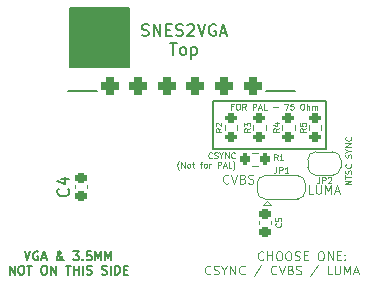
<source format=gto>
G04 #@! TF.GenerationSoftware,KiCad,Pcbnew,9.0.0*
G04 #@! TF.CreationDate,2025-03-27T12:33:45-07:00*
G04 #@! TF.ProjectId,SNES2VGA,534e4553-3256-4474-912e-6b696361645f,1*
G04 #@! TF.SameCoordinates,Original*
G04 #@! TF.FileFunction,Legend,Top*
G04 #@! TF.FilePolarity,Positive*
%FSLAX46Y46*%
G04 Gerber Fmt 4.6, Leading zero omitted, Abs format (unit mm)*
G04 Created by KiCad (PCBNEW 9.0.0) date 2025-03-27 12:33:45*
%MOMM*%
%LPD*%
G01*
G04 APERTURE LIST*
G04 Aperture macros list*
%AMRoundRect*
0 Rectangle with rounded corners*
0 $1 Rounding radius*
0 $2 $3 $4 $5 $6 $7 $8 $9 X,Y pos of 4 corners*
0 Add a 4 corners polygon primitive as box body*
4,1,4,$2,$3,$4,$5,$6,$7,$8,$9,$2,$3,0*
0 Add four circle primitives for the rounded corners*
1,1,$1+$1,$2,$3*
1,1,$1+$1,$4,$5*
1,1,$1+$1,$6,$7*
1,1,$1+$1,$8,$9*
0 Add four rect primitives between the rounded corners*
20,1,$1+$1,$2,$3,$4,$5,0*
20,1,$1+$1,$4,$5,$6,$7,0*
20,1,$1+$1,$6,$7,$8,$9,0*
20,1,$1+$1,$8,$9,$2,$3,0*%
%AMFreePoly0*
4,1,23,0.550000,-0.750000,0.000000,-0.750000,0.000000,-0.745722,-0.065263,-0.745722,-0.191342,-0.711940,-0.304381,-0.646677,-0.396677,-0.554381,-0.461940,-0.441342,-0.495722,-0.315263,-0.495722,-0.250000,-0.500000,-0.250000,-0.500000,0.250000,-0.495722,0.250000,-0.495722,0.315263,-0.461940,0.441342,-0.396677,0.554381,-0.304381,0.646677,-0.191342,0.711940,-0.065263,0.745722,0.000000,0.745722,
0.000000,0.750000,0.550000,0.750000,0.550000,-0.750000,0.550000,-0.750000,$1*%
%AMFreePoly1*
4,1,23,0.000000,0.745722,0.065263,0.745722,0.191342,0.711940,0.304381,0.646677,0.396677,0.554381,0.461940,0.441342,0.495722,0.315263,0.495722,0.250000,0.500000,0.250000,0.500000,-0.250000,0.495722,-0.250000,0.495722,-0.315263,0.461940,-0.441342,0.396677,-0.554381,0.304381,-0.646677,0.191342,-0.711940,0.065263,-0.745722,0.000000,-0.745722,0.000000,-0.750000,-0.550000,-0.750000,
-0.550000,0.750000,0.000000,0.750000,0.000000,0.745722,0.000000,0.745722,$1*%
%AMFreePoly2*
4,1,23,0.500000,-0.750000,0.000000,-0.750000,0.000000,-0.745722,-0.065263,-0.745722,-0.191342,-0.711940,-0.304381,-0.646677,-0.396677,-0.554381,-0.461940,-0.441342,-0.495722,-0.315263,-0.495722,-0.250000,-0.500000,-0.250000,-0.500000,0.250000,-0.495722,0.250000,-0.495722,0.315263,-0.461940,0.441342,-0.396677,0.554381,-0.304381,0.646677,-0.191342,0.711940,-0.065263,0.745722,0.000000,0.745722,
0.000000,0.750000,0.500000,0.750000,0.500000,-0.750000,0.500000,-0.750000,$1*%
%AMFreePoly3*
4,1,23,0.000000,0.745722,0.065263,0.745722,0.191342,0.711940,0.304381,0.646677,0.396677,0.554381,0.461940,0.441342,0.495722,0.315263,0.495722,0.250000,0.500000,0.250000,0.500000,-0.250000,0.495722,-0.250000,0.495722,-0.315263,0.461940,-0.441342,0.396677,-0.554381,0.304381,-0.646677,0.191342,-0.711940,0.065263,-0.745722,0.000000,-0.745722,0.000000,-0.750000,-0.500000,-0.750000,
-0.500000,0.750000,0.000000,0.750000,0.000000,0.745722,0.000000,0.745722,$1*%
G04 Aperture macros list end*
%ADD10C,0.127000*%
%ADD11C,0.125000*%
%ADD12C,0.100000*%
%ADD13C,0.150000*%
%ADD14C,0.120000*%
%ADD15RoundRect,0.225000X0.250000X-0.225000X0.250000X0.225000X-0.250000X0.225000X-0.250000X-0.225000X0*%
%ADD16RoundRect,0.375000X-0.375000X-0.375000X0.375000X-0.375000X0.375000X0.375000X-0.375000X0.375000X0*%
%ADD17RoundRect,0.200000X-0.200000X-0.275000X0.200000X-0.275000X0.200000X0.275000X-0.200000X0.275000X0*%
%ADD18RoundRect,0.200000X0.275000X-0.200000X0.275000X0.200000X-0.275000X0.200000X-0.275000X-0.200000X0*%
%ADD19FreePoly0,0.000000*%
%ADD20R,1.000000X1.500000*%
%ADD21FreePoly1,0.000000*%
%ADD22FreePoly2,180.000000*%
%ADD23FreePoly3,180.000000*%
%ADD24R,1.700000X1.700000*%
%ADD25C,1.700000*%
%ADD26C,4.066000*%
%ADD27O,1.800000X2.800000*%
G04 APERTURE END LIST*
D10*
X153210000Y-96774000D02*
X143640000Y-96774000D01*
X148120000Y-95930000D02*
X150540000Y-95930000D01*
X131510400Y-88874600D02*
X136510400Y-88874600D01*
X136510400Y-93874600D01*
X131510400Y-93874600D01*
X131510400Y-88874600D01*
G36*
X131510400Y-88874600D02*
G01*
X136510400Y-88874600D01*
X136510400Y-93874600D01*
X131510400Y-93874600D01*
X131510400Y-88874600D01*
G37*
X131380000Y-95930000D02*
X133830000Y-95930000D01*
X143640000Y-96774000D02*
X143640000Y-100830000D01*
X153210000Y-96774000D02*
X153210000Y-100840000D01*
X143640000Y-100838000D02*
X153210000Y-100840000D01*
D11*
X152099286Y-104630464D02*
X151742143Y-104630464D01*
X151742143Y-104630464D02*
X151742143Y-103880464D01*
X152349286Y-103880464D02*
X152349286Y-104487607D01*
X152349286Y-104487607D02*
X152385000Y-104559035D01*
X152385000Y-104559035D02*
X152420715Y-104594750D01*
X152420715Y-104594750D02*
X152492143Y-104630464D01*
X152492143Y-104630464D02*
X152635000Y-104630464D01*
X152635000Y-104630464D02*
X152706429Y-104594750D01*
X152706429Y-104594750D02*
X152742143Y-104559035D01*
X152742143Y-104559035D02*
X152777857Y-104487607D01*
X152777857Y-104487607D02*
X152777857Y-103880464D01*
X153135000Y-104630464D02*
X153135000Y-103880464D01*
X153135000Y-103880464D02*
X153385000Y-104416178D01*
X153385000Y-104416178D02*
X153635000Y-103880464D01*
X153635000Y-103880464D02*
X153635000Y-104630464D01*
X153956429Y-104416178D02*
X154313572Y-104416178D01*
X153885000Y-104630464D02*
X154135000Y-103880464D01*
X154135000Y-103880464D02*
X154385000Y-104630464D01*
X147902144Y-110185306D02*
X147866430Y-110221021D01*
X147866430Y-110221021D02*
X147759287Y-110256735D01*
X147759287Y-110256735D02*
X147687859Y-110256735D01*
X147687859Y-110256735D02*
X147580716Y-110221021D01*
X147580716Y-110221021D02*
X147509287Y-110149592D01*
X147509287Y-110149592D02*
X147473573Y-110078163D01*
X147473573Y-110078163D02*
X147437859Y-109935306D01*
X147437859Y-109935306D02*
X147437859Y-109828163D01*
X147437859Y-109828163D02*
X147473573Y-109685306D01*
X147473573Y-109685306D02*
X147509287Y-109613878D01*
X147509287Y-109613878D02*
X147580716Y-109542449D01*
X147580716Y-109542449D02*
X147687859Y-109506735D01*
X147687859Y-109506735D02*
X147759287Y-109506735D01*
X147759287Y-109506735D02*
X147866430Y-109542449D01*
X147866430Y-109542449D02*
X147902144Y-109578163D01*
X148223573Y-110256735D02*
X148223573Y-109506735D01*
X148223573Y-109863878D02*
X148652144Y-109863878D01*
X148652144Y-110256735D02*
X148652144Y-109506735D01*
X149152144Y-109506735D02*
X149295001Y-109506735D01*
X149295001Y-109506735D02*
X149366430Y-109542449D01*
X149366430Y-109542449D02*
X149437858Y-109613878D01*
X149437858Y-109613878D02*
X149473573Y-109756735D01*
X149473573Y-109756735D02*
X149473573Y-110006735D01*
X149473573Y-110006735D02*
X149437858Y-110149592D01*
X149437858Y-110149592D02*
X149366430Y-110221021D01*
X149366430Y-110221021D02*
X149295001Y-110256735D01*
X149295001Y-110256735D02*
X149152144Y-110256735D01*
X149152144Y-110256735D02*
X149080716Y-110221021D01*
X149080716Y-110221021D02*
X149009287Y-110149592D01*
X149009287Y-110149592D02*
X148973573Y-110006735D01*
X148973573Y-110006735D02*
X148973573Y-109756735D01*
X148973573Y-109756735D02*
X149009287Y-109613878D01*
X149009287Y-109613878D02*
X149080716Y-109542449D01*
X149080716Y-109542449D02*
X149152144Y-109506735D01*
X149937858Y-109506735D02*
X150080715Y-109506735D01*
X150080715Y-109506735D02*
X150152144Y-109542449D01*
X150152144Y-109542449D02*
X150223572Y-109613878D01*
X150223572Y-109613878D02*
X150259287Y-109756735D01*
X150259287Y-109756735D02*
X150259287Y-110006735D01*
X150259287Y-110006735D02*
X150223572Y-110149592D01*
X150223572Y-110149592D02*
X150152144Y-110221021D01*
X150152144Y-110221021D02*
X150080715Y-110256735D01*
X150080715Y-110256735D02*
X149937858Y-110256735D01*
X149937858Y-110256735D02*
X149866430Y-110221021D01*
X149866430Y-110221021D02*
X149795001Y-110149592D01*
X149795001Y-110149592D02*
X149759287Y-110006735D01*
X149759287Y-110006735D02*
X149759287Y-109756735D01*
X149759287Y-109756735D02*
X149795001Y-109613878D01*
X149795001Y-109613878D02*
X149866430Y-109542449D01*
X149866430Y-109542449D02*
X149937858Y-109506735D01*
X150545001Y-110221021D02*
X150652144Y-110256735D01*
X150652144Y-110256735D02*
X150830715Y-110256735D01*
X150830715Y-110256735D02*
X150902144Y-110221021D01*
X150902144Y-110221021D02*
X150937858Y-110185306D01*
X150937858Y-110185306D02*
X150973572Y-110113878D01*
X150973572Y-110113878D02*
X150973572Y-110042449D01*
X150973572Y-110042449D02*
X150937858Y-109971021D01*
X150937858Y-109971021D02*
X150902144Y-109935306D01*
X150902144Y-109935306D02*
X150830715Y-109899592D01*
X150830715Y-109899592D02*
X150687858Y-109863878D01*
X150687858Y-109863878D02*
X150616429Y-109828163D01*
X150616429Y-109828163D02*
X150580715Y-109792449D01*
X150580715Y-109792449D02*
X150545001Y-109721021D01*
X150545001Y-109721021D02*
X150545001Y-109649592D01*
X150545001Y-109649592D02*
X150580715Y-109578163D01*
X150580715Y-109578163D02*
X150616429Y-109542449D01*
X150616429Y-109542449D02*
X150687858Y-109506735D01*
X150687858Y-109506735D02*
X150866429Y-109506735D01*
X150866429Y-109506735D02*
X150973572Y-109542449D01*
X151295001Y-109863878D02*
X151545001Y-109863878D01*
X151652144Y-110256735D02*
X151295001Y-110256735D01*
X151295001Y-110256735D02*
X151295001Y-109506735D01*
X151295001Y-109506735D02*
X151652144Y-109506735D01*
X152687858Y-109506735D02*
X152830715Y-109506735D01*
X152830715Y-109506735D02*
X152902144Y-109542449D01*
X152902144Y-109542449D02*
X152973572Y-109613878D01*
X152973572Y-109613878D02*
X153009287Y-109756735D01*
X153009287Y-109756735D02*
X153009287Y-110006735D01*
X153009287Y-110006735D02*
X152973572Y-110149592D01*
X152973572Y-110149592D02*
X152902144Y-110221021D01*
X152902144Y-110221021D02*
X152830715Y-110256735D01*
X152830715Y-110256735D02*
X152687858Y-110256735D01*
X152687858Y-110256735D02*
X152616430Y-110221021D01*
X152616430Y-110221021D02*
X152545001Y-110149592D01*
X152545001Y-110149592D02*
X152509287Y-110006735D01*
X152509287Y-110006735D02*
X152509287Y-109756735D01*
X152509287Y-109756735D02*
X152545001Y-109613878D01*
X152545001Y-109613878D02*
X152616430Y-109542449D01*
X152616430Y-109542449D02*
X152687858Y-109506735D01*
X153330715Y-110256735D02*
X153330715Y-109506735D01*
X153330715Y-109506735D02*
X153759286Y-110256735D01*
X153759286Y-110256735D02*
X153759286Y-109506735D01*
X154116429Y-109863878D02*
X154366429Y-109863878D01*
X154473572Y-110256735D02*
X154116429Y-110256735D01*
X154116429Y-110256735D02*
X154116429Y-109506735D01*
X154116429Y-109506735D02*
X154473572Y-109506735D01*
X154795000Y-110185306D02*
X154830714Y-110221021D01*
X154830714Y-110221021D02*
X154795000Y-110256735D01*
X154795000Y-110256735D02*
X154759286Y-110221021D01*
X154759286Y-110221021D02*
X154795000Y-110185306D01*
X154795000Y-110185306D02*
X154795000Y-110256735D01*
X154795000Y-109792449D02*
X154830714Y-109828163D01*
X154830714Y-109828163D02*
X154795000Y-109863878D01*
X154795000Y-109863878D02*
X154759286Y-109828163D01*
X154759286Y-109828163D02*
X154795000Y-109792449D01*
X154795000Y-109792449D02*
X154795000Y-109863878D01*
X143402142Y-111392764D02*
X143366428Y-111428479D01*
X143366428Y-111428479D02*
X143259285Y-111464193D01*
X143259285Y-111464193D02*
X143187857Y-111464193D01*
X143187857Y-111464193D02*
X143080714Y-111428479D01*
X143080714Y-111428479D02*
X143009285Y-111357050D01*
X143009285Y-111357050D02*
X142973571Y-111285621D01*
X142973571Y-111285621D02*
X142937857Y-111142764D01*
X142937857Y-111142764D02*
X142937857Y-111035621D01*
X142937857Y-111035621D02*
X142973571Y-110892764D01*
X142973571Y-110892764D02*
X143009285Y-110821336D01*
X143009285Y-110821336D02*
X143080714Y-110749907D01*
X143080714Y-110749907D02*
X143187857Y-110714193D01*
X143187857Y-110714193D02*
X143259285Y-110714193D01*
X143259285Y-110714193D02*
X143366428Y-110749907D01*
X143366428Y-110749907D02*
X143402142Y-110785621D01*
X143687857Y-111428479D02*
X143795000Y-111464193D01*
X143795000Y-111464193D02*
X143973571Y-111464193D01*
X143973571Y-111464193D02*
X144045000Y-111428479D01*
X144045000Y-111428479D02*
X144080714Y-111392764D01*
X144080714Y-111392764D02*
X144116428Y-111321336D01*
X144116428Y-111321336D02*
X144116428Y-111249907D01*
X144116428Y-111249907D02*
X144080714Y-111178479D01*
X144080714Y-111178479D02*
X144045000Y-111142764D01*
X144045000Y-111142764D02*
X143973571Y-111107050D01*
X143973571Y-111107050D02*
X143830714Y-111071336D01*
X143830714Y-111071336D02*
X143759285Y-111035621D01*
X143759285Y-111035621D02*
X143723571Y-110999907D01*
X143723571Y-110999907D02*
X143687857Y-110928479D01*
X143687857Y-110928479D02*
X143687857Y-110857050D01*
X143687857Y-110857050D02*
X143723571Y-110785621D01*
X143723571Y-110785621D02*
X143759285Y-110749907D01*
X143759285Y-110749907D02*
X143830714Y-110714193D01*
X143830714Y-110714193D02*
X144009285Y-110714193D01*
X144009285Y-110714193D02*
X144116428Y-110749907D01*
X144580714Y-111107050D02*
X144580714Y-111464193D01*
X144330714Y-110714193D02*
X144580714Y-111107050D01*
X144580714Y-111107050D02*
X144830714Y-110714193D01*
X145080714Y-111464193D02*
X145080714Y-110714193D01*
X145080714Y-110714193D02*
X145509285Y-111464193D01*
X145509285Y-111464193D02*
X145509285Y-110714193D01*
X146294999Y-111392764D02*
X146259285Y-111428479D01*
X146259285Y-111428479D02*
X146152142Y-111464193D01*
X146152142Y-111464193D02*
X146080714Y-111464193D01*
X146080714Y-111464193D02*
X145973571Y-111428479D01*
X145973571Y-111428479D02*
X145902142Y-111357050D01*
X145902142Y-111357050D02*
X145866428Y-111285621D01*
X145866428Y-111285621D02*
X145830714Y-111142764D01*
X145830714Y-111142764D02*
X145830714Y-111035621D01*
X145830714Y-111035621D02*
X145866428Y-110892764D01*
X145866428Y-110892764D02*
X145902142Y-110821336D01*
X145902142Y-110821336D02*
X145973571Y-110749907D01*
X145973571Y-110749907D02*
X146080714Y-110714193D01*
X146080714Y-110714193D02*
X146152142Y-110714193D01*
X146152142Y-110714193D02*
X146259285Y-110749907D01*
X146259285Y-110749907D02*
X146294999Y-110785621D01*
X147723571Y-110678479D02*
X147080714Y-111642764D01*
X148973571Y-111392764D02*
X148937857Y-111428479D01*
X148937857Y-111428479D02*
X148830714Y-111464193D01*
X148830714Y-111464193D02*
X148759286Y-111464193D01*
X148759286Y-111464193D02*
X148652143Y-111428479D01*
X148652143Y-111428479D02*
X148580714Y-111357050D01*
X148580714Y-111357050D02*
X148545000Y-111285621D01*
X148545000Y-111285621D02*
X148509286Y-111142764D01*
X148509286Y-111142764D02*
X148509286Y-111035621D01*
X148509286Y-111035621D02*
X148545000Y-110892764D01*
X148545000Y-110892764D02*
X148580714Y-110821336D01*
X148580714Y-110821336D02*
X148652143Y-110749907D01*
X148652143Y-110749907D02*
X148759286Y-110714193D01*
X148759286Y-110714193D02*
X148830714Y-110714193D01*
X148830714Y-110714193D02*
X148937857Y-110749907D01*
X148937857Y-110749907D02*
X148973571Y-110785621D01*
X149187857Y-110714193D02*
X149437857Y-111464193D01*
X149437857Y-111464193D02*
X149687857Y-110714193D01*
X150187857Y-111071336D02*
X150295000Y-111107050D01*
X150295000Y-111107050D02*
X150330714Y-111142764D01*
X150330714Y-111142764D02*
X150366428Y-111214193D01*
X150366428Y-111214193D02*
X150366428Y-111321336D01*
X150366428Y-111321336D02*
X150330714Y-111392764D01*
X150330714Y-111392764D02*
X150295000Y-111428479D01*
X150295000Y-111428479D02*
X150223571Y-111464193D01*
X150223571Y-111464193D02*
X149937857Y-111464193D01*
X149937857Y-111464193D02*
X149937857Y-110714193D01*
X149937857Y-110714193D02*
X150187857Y-110714193D01*
X150187857Y-110714193D02*
X150259286Y-110749907D01*
X150259286Y-110749907D02*
X150295000Y-110785621D01*
X150295000Y-110785621D02*
X150330714Y-110857050D01*
X150330714Y-110857050D02*
X150330714Y-110928479D01*
X150330714Y-110928479D02*
X150295000Y-110999907D01*
X150295000Y-110999907D02*
X150259286Y-111035621D01*
X150259286Y-111035621D02*
X150187857Y-111071336D01*
X150187857Y-111071336D02*
X149937857Y-111071336D01*
X150652143Y-111428479D02*
X150759286Y-111464193D01*
X150759286Y-111464193D02*
X150937857Y-111464193D01*
X150937857Y-111464193D02*
X151009286Y-111428479D01*
X151009286Y-111428479D02*
X151045000Y-111392764D01*
X151045000Y-111392764D02*
X151080714Y-111321336D01*
X151080714Y-111321336D02*
X151080714Y-111249907D01*
X151080714Y-111249907D02*
X151045000Y-111178479D01*
X151045000Y-111178479D02*
X151009286Y-111142764D01*
X151009286Y-111142764D02*
X150937857Y-111107050D01*
X150937857Y-111107050D02*
X150795000Y-111071336D01*
X150795000Y-111071336D02*
X150723571Y-111035621D01*
X150723571Y-111035621D02*
X150687857Y-110999907D01*
X150687857Y-110999907D02*
X150652143Y-110928479D01*
X150652143Y-110928479D02*
X150652143Y-110857050D01*
X150652143Y-110857050D02*
X150687857Y-110785621D01*
X150687857Y-110785621D02*
X150723571Y-110749907D01*
X150723571Y-110749907D02*
X150795000Y-110714193D01*
X150795000Y-110714193D02*
X150973571Y-110714193D01*
X150973571Y-110714193D02*
X151080714Y-110749907D01*
X152509286Y-110678479D02*
X151866429Y-111642764D01*
X153687858Y-111464193D02*
X153330715Y-111464193D01*
X153330715Y-111464193D02*
X153330715Y-110714193D01*
X153937858Y-110714193D02*
X153937858Y-111321336D01*
X153937858Y-111321336D02*
X153973572Y-111392764D01*
X153973572Y-111392764D02*
X154009287Y-111428479D01*
X154009287Y-111428479D02*
X154080715Y-111464193D01*
X154080715Y-111464193D02*
X154223572Y-111464193D01*
X154223572Y-111464193D02*
X154295001Y-111428479D01*
X154295001Y-111428479D02*
X154330715Y-111392764D01*
X154330715Y-111392764D02*
X154366429Y-111321336D01*
X154366429Y-111321336D02*
X154366429Y-110714193D01*
X154723572Y-111464193D02*
X154723572Y-110714193D01*
X154723572Y-110714193D02*
X154973572Y-111249907D01*
X154973572Y-111249907D02*
X155223572Y-110714193D01*
X155223572Y-110714193D02*
X155223572Y-111464193D01*
X155545001Y-111249907D02*
X155902144Y-111249907D01*
X155473572Y-111464193D02*
X155723572Y-110714193D01*
X155723572Y-110714193D02*
X155973572Y-111464193D01*
D12*
X143540401Y-101576004D02*
X143516592Y-101599814D01*
X143516592Y-101599814D02*
X143445163Y-101623623D01*
X143445163Y-101623623D02*
X143397544Y-101623623D01*
X143397544Y-101623623D02*
X143326116Y-101599814D01*
X143326116Y-101599814D02*
X143278497Y-101552194D01*
X143278497Y-101552194D02*
X143254687Y-101504575D01*
X143254687Y-101504575D02*
X143230878Y-101409337D01*
X143230878Y-101409337D02*
X143230878Y-101337909D01*
X143230878Y-101337909D02*
X143254687Y-101242671D01*
X143254687Y-101242671D02*
X143278497Y-101195052D01*
X143278497Y-101195052D02*
X143326116Y-101147433D01*
X143326116Y-101147433D02*
X143397544Y-101123623D01*
X143397544Y-101123623D02*
X143445163Y-101123623D01*
X143445163Y-101123623D02*
X143516592Y-101147433D01*
X143516592Y-101147433D02*
X143540401Y-101171242D01*
X143730878Y-101599814D02*
X143802306Y-101623623D01*
X143802306Y-101623623D02*
X143921354Y-101623623D01*
X143921354Y-101623623D02*
X143968973Y-101599814D01*
X143968973Y-101599814D02*
X143992782Y-101576004D01*
X143992782Y-101576004D02*
X144016592Y-101528385D01*
X144016592Y-101528385D02*
X144016592Y-101480766D01*
X144016592Y-101480766D02*
X143992782Y-101433147D01*
X143992782Y-101433147D02*
X143968973Y-101409337D01*
X143968973Y-101409337D02*
X143921354Y-101385528D01*
X143921354Y-101385528D02*
X143826116Y-101361718D01*
X143826116Y-101361718D02*
X143778497Y-101337909D01*
X143778497Y-101337909D02*
X143754687Y-101314099D01*
X143754687Y-101314099D02*
X143730878Y-101266480D01*
X143730878Y-101266480D02*
X143730878Y-101218861D01*
X143730878Y-101218861D02*
X143754687Y-101171242D01*
X143754687Y-101171242D02*
X143778497Y-101147433D01*
X143778497Y-101147433D02*
X143826116Y-101123623D01*
X143826116Y-101123623D02*
X143945163Y-101123623D01*
X143945163Y-101123623D02*
X144016592Y-101147433D01*
X144326115Y-101385528D02*
X144326115Y-101623623D01*
X144159449Y-101123623D02*
X144326115Y-101385528D01*
X144326115Y-101385528D02*
X144492782Y-101123623D01*
X144659448Y-101623623D02*
X144659448Y-101123623D01*
X144659448Y-101123623D02*
X144945162Y-101623623D01*
X144945162Y-101623623D02*
X144945162Y-101123623D01*
X145468972Y-101576004D02*
X145445163Y-101599814D01*
X145445163Y-101599814D02*
X145373734Y-101623623D01*
X145373734Y-101623623D02*
X145326115Y-101623623D01*
X145326115Y-101623623D02*
X145254687Y-101599814D01*
X145254687Y-101599814D02*
X145207068Y-101552194D01*
X145207068Y-101552194D02*
X145183258Y-101504575D01*
X145183258Y-101504575D02*
X145159449Y-101409337D01*
X145159449Y-101409337D02*
X145159449Y-101337909D01*
X145159449Y-101337909D02*
X145183258Y-101242671D01*
X145183258Y-101242671D02*
X145207068Y-101195052D01*
X145207068Y-101195052D02*
X145254687Y-101147433D01*
X145254687Y-101147433D02*
X145326115Y-101123623D01*
X145326115Y-101123623D02*
X145373734Y-101123623D01*
X145373734Y-101123623D02*
X145445163Y-101147433D01*
X145445163Y-101147433D02*
X145468972Y-101171242D01*
X140754688Y-102619071D02*
X140730879Y-102595262D01*
X140730879Y-102595262D02*
X140683260Y-102523833D01*
X140683260Y-102523833D02*
X140659450Y-102476214D01*
X140659450Y-102476214D02*
X140635641Y-102404786D01*
X140635641Y-102404786D02*
X140611831Y-102285738D01*
X140611831Y-102285738D02*
X140611831Y-102190500D01*
X140611831Y-102190500D02*
X140635641Y-102071452D01*
X140635641Y-102071452D02*
X140659450Y-102000024D01*
X140659450Y-102000024D02*
X140683260Y-101952405D01*
X140683260Y-101952405D02*
X140730879Y-101880976D01*
X140730879Y-101880976D02*
X140754688Y-101857166D01*
X140945164Y-102428595D02*
X140945164Y-101928595D01*
X140945164Y-101928595D02*
X141230878Y-102428595D01*
X141230878Y-102428595D02*
X141230878Y-101928595D01*
X141540403Y-102428595D02*
X141492784Y-102404786D01*
X141492784Y-102404786D02*
X141468974Y-102380976D01*
X141468974Y-102380976D02*
X141445165Y-102333357D01*
X141445165Y-102333357D02*
X141445165Y-102190500D01*
X141445165Y-102190500D02*
X141468974Y-102142881D01*
X141468974Y-102142881D02*
X141492784Y-102119071D01*
X141492784Y-102119071D02*
X141540403Y-102095262D01*
X141540403Y-102095262D02*
X141611831Y-102095262D01*
X141611831Y-102095262D02*
X141659450Y-102119071D01*
X141659450Y-102119071D02*
X141683260Y-102142881D01*
X141683260Y-102142881D02*
X141707069Y-102190500D01*
X141707069Y-102190500D02*
X141707069Y-102333357D01*
X141707069Y-102333357D02*
X141683260Y-102380976D01*
X141683260Y-102380976D02*
X141659450Y-102404786D01*
X141659450Y-102404786D02*
X141611831Y-102428595D01*
X141611831Y-102428595D02*
X141540403Y-102428595D01*
X141849927Y-102095262D02*
X142040403Y-102095262D01*
X141921355Y-101928595D02*
X141921355Y-102357166D01*
X141921355Y-102357166D02*
X141945165Y-102404786D01*
X141945165Y-102404786D02*
X141992784Y-102428595D01*
X141992784Y-102428595D02*
X142040403Y-102428595D01*
X142516593Y-102095262D02*
X142707069Y-102095262D01*
X142588021Y-102428595D02*
X142588021Y-102000024D01*
X142588021Y-102000024D02*
X142611831Y-101952405D01*
X142611831Y-101952405D02*
X142659450Y-101928595D01*
X142659450Y-101928595D02*
X142707069Y-101928595D01*
X142945164Y-102428595D02*
X142897545Y-102404786D01*
X142897545Y-102404786D02*
X142873735Y-102380976D01*
X142873735Y-102380976D02*
X142849926Y-102333357D01*
X142849926Y-102333357D02*
X142849926Y-102190500D01*
X142849926Y-102190500D02*
X142873735Y-102142881D01*
X142873735Y-102142881D02*
X142897545Y-102119071D01*
X142897545Y-102119071D02*
X142945164Y-102095262D01*
X142945164Y-102095262D02*
X143016592Y-102095262D01*
X143016592Y-102095262D02*
X143064211Y-102119071D01*
X143064211Y-102119071D02*
X143088021Y-102142881D01*
X143088021Y-102142881D02*
X143111830Y-102190500D01*
X143111830Y-102190500D02*
X143111830Y-102333357D01*
X143111830Y-102333357D02*
X143088021Y-102380976D01*
X143088021Y-102380976D02*
X143064211Y-102404786D01*
X143064211Y-102404786D02*
X143016592Y-102428595D01*
X143016592Y-102428595D02*
X142945164Y-102428595D01*
X143326116Y-102428595D02*
X143326116Y-102095262D01*
X143326116Y-102190500D02*
X143349926Y-102142881D01*
X143349926Y-102142881D02*
X143373735Y-102119071D01*
X143373735Y-102119071D02*
X143421354Y-102095262D01*
X143421354Y-102095262D02*
X143468973Y-102095262D01*
X144016592Y-102428595D02*
X144016592Y-101928595D01*
X144016592Y-101928595D02*
X144207068Y-101928595D01*
X144207068Y-101928595D02*
X144254687Y-101952405D01*
X144254687Y-101952405D02*
X144278497Y-101976214D01*
X144278497Y-101976214D02*
X144302306Y-102023833D01*
X144302306Y-102023833D02*
X144302306Y-102095262D01*
X144302306Y-102095262D02*
X144278497Y-102142881D01*
X144278497Y-102142881D02*
X144254687Y-102166690D01*
X144254687Y-102166690D02*
X144207068Y-102190500D01*
X144207068Y-102190500D02*
X144016592Y-102190500D01*
X144492783Y-102285738D02*
X144730878Y-102285738D01*
X144445164Y-102428595D02*
X144611830Y-101928595D01*
X144611830Y-101928595D02*
X144778497Y-102428595D01*
X145183258Y-102428595D02*
X144945163Y-102428595D01*
X144945163Y-102428595D02*
X144945163Y-101928595D01*
X145302306Y-102619071D02*
X145326116Y-102595262D01*
X145326116Y-102595262D02*
X145373735Y-102523833D01*
X145373735Y-102523833D02*
X145397544Y-102476214D01*
X145397544Y-102476214D02*
X145421354Y-102404786D01*
X145421354Y-102404786D02*
X145445163Y-102285738D01*
X145445163Y-102285738D02*
X145445163Y-102190500D01*
X145445163Y-102190500D02*
X145421354Y-102071452D01*
X145421354Y-102071452D02*
X145397544Y-102000024D01*
X145397544Y-102000024D02*
X145373735Y-101952405D01*
X145373735Y-101952405D02*
X145326116Y-101880976D01*
X145326116Y-101880976D02*
X145302306Y-101857166D01*
D13*
X137608571Y-91232228D02*
X137751428Y-91279847D01*
X137751428Y-91279847D02*
X137989523Y-91279847D01*
X137989523Y-91279847D02*
X138084761Y-91232228D01*
X138084761Y-91232228D02*
X138132380Y-91184608D01*
X138132380Y-91184608D02*
X138179999Y-91089370D01*
X138179999Y-91089370D02*
X138179999Y-90994132D01*
X138179999Y-90994132D02*
X138132380Y-90898894D01*
X138132380Y-90898894D02*
X138084761Y-90851275D01*
X138084761Y-90851275D02*
X137989523Y-90803656D01*
X137989523Y-90803656D02*
X137799047Y-90756037D01*
X137799047Y-90756037D02*
X137703809Y-90708418D01*
X137703809Y-90708418D02*
X137656190Y-90660799D01*
X137656190Y-90660799D02*
X137608571Y-90565561D01*
X137608571Y-90565561D02*
X137608571Y-90470323D01*
X137608571Y-90470323D02*
X137656190Y-90375085D01*
X137656190Y-90375085D02*
X137703809Y-90327466D01*
X137703809Y-90327466D02*
X137799047Y-90279847D01*
X137799047Y-90279847D02*
X138037142Y-90279847D01*
X138037142Y-90279847D02*
X138179999Y-90327466D01*
X138608571Y-91279847D02*
X138608571Y-90279847D01*
X138608571Y-90279847D02*
X139179999Y-91279847D01*
X139179999Y-91279847D02*
X139179999Y-90279847D01*
X139656190Y-90756037D02*
X139989523Y-90756037D01*
X140132380Y-91279847D02*
X139656190Y-91279847D01*
X139656190Y-91279847D02*
X139656190Y-90279847D01*
X139656190Y-90279847D02*
X140132380Y-90279847D01*
X140513333Y-91232228D02*
X140656190Y-91279847D01*
X140656190Y-91279847D02*
X140894285Y-91279847D01*
X140894285Y-91279847D02*
X140989523Y-91232228D01*
X140989523Y-91232228D02*
X141037142Y-91184608D01*
X141037142Y-91184608D02*
X141084761Y-91089370D01*
X141084761Y-91089370D02*
X141084761Y-90994132D01*
X141084761Y-90994132D02*
X141037142Y-90898894D01*
X141037142Y-90898894D02*
X140989523Y-90851275D01*
X140989523Y-90851275D02*
X140894285Y-90803656D01*
X140894285Y-90803656D02*
X140703809Y-90756037D01*
X140703809Y-90756037D02*
X140608571Y-90708418D01*
X140608571Y-90708418D02*
X140560952Y-90660799D01*
X140560952Y-90660799D02*
X140513333Y-90565561D01*
X140513333Y-90565561D02*
X140513333Y-90470323D01*
X140513333Y-90470323D02*
X140560952Y-90375085D01*
X140560952Y-90375085D02*
X140608571Y-90327466D01*
X140608571Y-90327466D02*
X140703809Y-90279847D01*
X140703809Y-90279847D02*
X140941904Y-90279847D01*
X140941904Y-90279847D02*
X141084761Y-90327466D01*
X141465714Y-90375085D02*
X141513333Y-90327466D01*
X141513333Y-90327466D02*
X141608571Y-90279847D01*
X141608571Y-90279847D02*
X141846666Y-90279847D01*
X141846666Y-90279847D02*
X141941904Y-90327466D01*
X141941904Y-90327466D02*
X141989523Y-90375085D01*
X141989523Y-90375085D02*
X142037142Y-90470323D01*
X142037142Y-90470323D02*
X142037142Y-90565561D01*
X142037142Y-90565561D02*
X141989523Y-90708418D01*
X141989523Y-90708418D02*
X141418095Y-91279847D01*
X141418095Y-91279847D02*
X142037142Y-91279847D01*
X142322857Y-90279847D02*
X142656190Y-91279847D01*
X142656190Y-91279847D02*
X142989523Y-90279847D01*
X143846666Y-90327466D02*
X143751428Y-90279847D01*
X143751428Y-90279847D02*
X143608571Y-90279847D01*
X143608571Y-90279847D02*
X143465714Y-90327466D01*
X143465714Y-90327466D02*
X143370476Y-90422704D01*
X143370476Y-90422704D02*
X143322857Y-90517942D01*
X143322857Y-90517942D02*
X143275238Y-90708418D01*
X143275238Y-90708418D02*
X143275238Y-90851275D01*
X143275238Y-90851275D02*
X143322857Y-91041751D01*
X143322857Y-91041751D02*
X143370476Y-91136989D01*
X143370476Y-91136989D02*
X143465714Y-91232228D01*
X143465714Y-91232228D02*
X143608571Y-91279847D01*
X143608571Y-91279847D02*
X143703809Y-91279847D01*
X143703809Y-91279847D02*
X143846666Y-91232228D01*
X143846666Y-91232228D02*
X143894285Y-91184608D01*
X143894285Y-91184608D02*
X143894285Y-90851275D01*
X143894285Y-90851275D02*
X143703809Y-90851275D01*
X144275238Y-90994132D02*
X144751428Y-90994132D01*
X144180000Y-91279847D02*
X144513333Y-90279847D01*
X144513333Y-90279847D02*
X144846666Y-91279847D01*
X139989524Y-91889791D02*
X140560952Y-91889791D01*
X140275238Y-92889791D02*
X140275238Y-91889791D01*
X141037143Y-92889791D02*
X140941905Y-92842172D01*
X140941905Y-92842172D02*
X140894286Y-92794552D01*
X140894286Y-92794552D02*
X140846667Y-92699314D01*
X140846667Y-92699314D02*
X140846667Y-92413600D01*
X140846667Y-92413600D02*
X140894286Y-92318362D01*
X140894286Y-92318362D02*
X140941905Y-92270743D01*
X140941905Y-92270743D02*
X141037143Y-92223124D01*
X141037143Y-92223124D02*
X141180000Y-92223124D01*
X141180000Y-92223124D02*
X141275238Y-92270743D01*
X141275238Y-92270743D02*
X141322857Y-92318362D01*
X141322857Y-92318362D02*
X141370476Y-92413600D01*
X141370476Y-92413600D02*
X141370476Y-92699314D01*
X141370476Y-92699314D02*
X141322857Y-92794552D01*
X141322857Y-92794552D02*
X141275238Y-92842172D01*
X141275238Y-92842172D02*
X141180000Y-92889791D01*
X141180000Y-92889791D02*
X141037143Y-92889791D01*
X141799048Y-92223124D02*
X141799048Y-93223124D01*
X141799048Y-92270743D02*
X141894286Y-92223124D01*
X141894286Y-92223124D02*
X142084762Y-92223124D01*
X142084762Y-92223124D02*
X142180000Y-92270743D01*
X142180000Y-92270743D02*
X142227619Y-92318362D01*
X142227619Y-92318362D02*
X142275238Y-92413600D01*
X142275238Y-92413600D02*
X142275238Y-92699314D01*
X142275238Y-92699314D02*
X142227619Y-92794552D01*
X142227619Y-92794552D02*
X142180000Y-92842172D01*
X142180000Y-92842172D02*
X142084762Y-92889791D01*
X142084762Y-92889791D02*
X141894286Y-92889791D01*
X141894286Y-92889791D02*
X141799048Y-92842172D01*
D11*
X144938571Y-103699035D02*
X144902857Y-103734750D01*
X144902857Y-103734750D02*
X144795714Y-103770464D01*
X144795714Y-103770464D02*
X144724286Y-103770464D01*
X144724286Y-103770464D02*
X144617143Y-103734750D01*
X144617143Y-103734750D02*
X144545714Y-103663321D01*
X144545714Y-103663321D02*
X144510000Y-103591892D01*
X144510000Y-103591892D02*
X144474286Y-103449035D01*
X144474286Y-103449035D02*
X144474286Y-103341892D01*
X144474286Y-103341892D02*
X144510000Y-103199035D01*
X144510000Y-103199035D02*
X144545714Y-103127607D01*
X144545714Y-103127607D02*
X144617143Y-103056178D01*
X144617143Y-103056178D02*
X144724286Y-103020464D01*
X144724286Y-103020464D02*
X144795714Y-103020464D01*
X144795714Y-103020464D02*
X144902857Y-103056178D01*
X144902857Y-103056178D02*
X144938571Y-103091892D01*
X145152857Y-103020464D02*
X145402857Y-103770464D01*
X145402857Y-103770464D02*
X145652857Y-103020464D01*
X146152857Y-103377607D02*
X146260000Y-103413321D01*
X146260000Y-103413321D02*
X146295714Y-103449035D01*
X146295714Y-103449035D02*
X146331428Y-103520464D01*
X146331428Y-103520464D02*
X146331428Y-103627607D01*
X146331428Y-103627607D02*
X146295714Y-103699035D01*
X146295714Y-103699035D02*
X146260000Y-103734750D01*
X146260000Y-103734750D02*
X146188571Y-103770464D01*
X146188571Y-103770464D02*
X145902857Y-103770464D01*
X145902857Y-103770464D02*
X145902857Y-103020464D01*
X145902857Y-103020464D02*
X146152857Y-103020464D01*
X146152857Y-103020464D02*
X146224286Y-103056178D01*
X146224286Y-103056178D02*
X146260000Y-103091892D01*
X146260000Y-103091892D02*
X146295714Y-103163321D01*
X146295714Y-103163321D02*
X146295714Y-103234750D01*
X146295714Y-103234750D02*
X146260000Y-103306178D01*
X146260000Y-103306178D02*
X146224286Y-103341892D01*
X146224286Y-103341892D02*
X146152857Y-103377607D01*
X146152857Y-103377607D02*
X145902857Y-103377607D01*
X146617143Y-103734750D02*
X146724286Y-103770464D01*
X146724286Y-103770464D02*
X146902857Y-103770464D01*
X146902857Y-103770464D02*
X146974286Y-103734750D01*
X146974286Y-103734750D02*
X147010000Y-103699035D01*
X147010000Y-103699035D02*
X147045714Y-103627607D01*
X147045714Y-103627607D02*
X147045714Y-103556178D01*
X147045714Y-103556178D02*
X147010000Y-103484750D01*
X147010000Y-103484750D02*
X146974286Y-103449035D01*
X146974286Y-103449035D02*
X146902857Y-103413321D01*
X146902857Y-103413321D02*
X146760000Y-103377607D01*
X146760000Y-103377607D02*
X146688571Y-103341892D01*
X146688571Y-103341892D02*
X146652857Y-103306178D01*
X146652857Y-103306178D02*
X146617143Y-103234750D01*
X146617143Y-103234750D02*
X146617143Y-103163321D01*
X146617143Y-103163321D02*
X146652857Y-103091892D01*
X146652857Y-103091892D02*
X146688571Y-103056178D01*
X146688571Y-103056178D02*
X146760000Y-103020464D01*
X146760000Y-103020464D02*
X146938571Y-103020464D01*
X146938571Y-103020464D02*
X147045714Y-103056178D01*
D12*
X155336109Y-103816189D02*
X154836109Y-103816189D01*
X154836109Y-103816189D02*
X155336109Y-103530475D01*
X155336109Y-103530475D02*
X154836109Y-103530475D01*
X154836109Y-103363807D02*
X154836109Y-103078093D01*
X155336109Y-103220950D02*
X154836109Y-103220950D01*
X155312300Y-102935236D02*
X155336109Y-102863808D01*
X155336109Y-102863808D02*
X155336109Y-102744760D01*
X155336109Y-102744760D02*
X155312300Y-102697141D01*
X155312300Y-102697141D02*
X155288490Y-102673332D01*
X155288490Y-102673332D02*
X155240871Y-102649522D01*
X155240871Y-102649522D02*
X155193252Y-102649522D01*
X155193252Y-102649522D02*
X155145633Y-102673332D01*
X155145633Y-102673332D02*
X155121823Y-102697141D01*
X155121823Y-102697141D02*
X155098014Y-102744760D01*
X155098014Y-102744760D02*
X155074204Y-102839998D01*
X155074204Y-102839998D02*
X155050395Y-102887617D01*
X155050395Y-102887617D02*
X155026585Y-102911427D01*
X155026585Y-102911427D02*
X154978966Y-102935236D01*
X154978966Y-102935236D02*
X154931347Y-102935236D01*
X154931347Y-102935236D02*
X154883728Y-102911427D01*
X154883728Y-102911427D02*
X154859919Y-102887617D01*
X154859919Y-102887617D02*
X154836109Y-102839998D01*
X154836109Y-102839998D02*
X154836109Y-102720951D01*
X154836109Y-102720951D02*
X154859919Y-102649522D01*
X155288490Y-102149523D02*
X155312300Y-102173332D01*
X155312300Y-102173332D02*
X155336109Y-102244761D01*
X155336109Y-102244761D02*
X155336109Y-102292380D01*
X155336109Y-102292380D02*
X155312300Y-102363808D01*
X155312300Y-102363808D02*
X155264680Y-102411427D01*
X155264680Y-102411427D02*
X155217061Y-102435237D01*
X155217061Y-102435237D02*
X155121823Y-102459046D01*
X155121823Y-102459046D02*
X155050395Y-102459046D01*
X155050395Y-102459046D02*
X154955157Y-102435237D01*
X154955157Y-102435237D02*
X154907538Y-102411427D01*
X154907538Y-102411427D02*
X154859919Y-102363808D01*
X154859919Y-102363808D02*
X154836109Y-102292380D01*
X154836109Y-102292380D02*
X154836109Y-102244761D01*
X154836109Y-102244761D02*
X154859919Y-102173332D01*
X154859919Y-102173332D02*
X154883728Y-102149523D01*
X155312300Y-101578094D02*
X155336109Y-101506666D01*
X155336109Y-101506666D02*
X155336109Y-101387618D01*
X155336109Y-101387618D02*
X155312300Y-101339999D01*
X155312300Y-101339999D02*
X155288490Y-101316190D01*
X155288490Y-101316190D02*
X155240871Y-101292380D01*
X155240871Y-101292380D02*
X155193252Y-101292380D01*
X155193252Y-101292380D02*
X155145633Y-101316190D01*
X155145633Y-101316190D02*
X155121823Y-101339999D01*
X155121823Y-101339999D02*
X155098014Y-101387618D01*
X155098014Y-101387618D02*
X155074204Y-101482856D01*
X155074204Y-101482856D02*
X155050395Y-101530475D01*
X155050395Y-101530475D02*
X155026585Y-101554285D01*
X155026585Y-101554285D02*
X154978966Y-101578094D01*
X154978966Y-101578094D02*
X154931347Y-101578094D01*
X154931347Y-101578094D02*
X154883728Y-101554285D01*
X154883728Y-101554285D02*
X154859919Y-101530475D01*
X154859919Y-101530475D02*
X154836109Y-101482856D01*
X154836109Y-101482856D02*
X154836109Y-101363809D01*
X154836109Y-101363809D02*
X154859919Y-101292380D01*
X155098014Y-100982857D02*
X155336109Y-100982857D01*
X154836109Y-101149523D02*
X155098014Y-100982857D01*
X155098014Y-100982857D02*
X154836109Y-100816190D01*
X155336109Y-100649524D02*
X154836109Y-100649524D01*
X154836109Y-100649524D02*
X155336109Y-100363810D01*
X155336109Y-100363810D02*
X154836109Y-100363810D01*
X155288490Y-99840000D02*
X155312300Y-99863809D01*
X155312300Y-99863809D02*
X155336109Y-99935238D01*
X155336109Y-99935238D02*
X155336109Y-99982857D01*
X155336109Y-99982857D02*
X155312300Y-100054285D01*
X155312300Y-100054285D02*
X155264680Y-100101904D01*
X155264680Y-100101904D02*
X155217061Y-100125714D01*
X155217061Y-100125714D02*
X155121823Y-100149523D01*
X155121823Y-100149523D02*
X155050395Y-100149523D01*
X155050395Y-100149523D02*
X154955157Y-100125714D01*
X154955157Y-100125714D02*
X154907538Y-100101904D01*
X154907538Y-100101904D02*
X154859919Y-100054285D01*
X154859919Y-100054285D02*
X154836109Y-99982857D01*
X154836109Y-99982857D02*
X154836109Y-99935238D01*
X154836109Y-99935238D02*
X154859919Y-99863809D01*
X154859919Y-99863809D02*
X154883728Y-99840000D01*
D10*
X127667856Y-109516631D02*
X127917856Y-110266631D01*
X127917856Y-110266631D02*
X128167856Y-109516631D01*
X128810713Y-109552345D02*
X128739285Y-109516631D01*
X128739285Y-109516631D02*
X128632142Y-109516631D01*
X128632142Y-109516631D02*
X128524999Y-109552345D01*
X128524999Y-109552345D02*
X128453570Y-109623774D01*
X128453570Y-109623774D02*
X128417856Y-109695202D01*
X128417856Y-109695202D02*
X128382142Y-109838059D01*
X128382142Y-109838059D02*
X128382142Y-109945202D01*
X128382142Y-109945202D02*
X128417856Y-110088059D01*
X128417856Y-110088059D02*
X128453570Y-110159488D01*
X128453570Y-110159488D02*
X128524999Y-110230917D01*
X128524999Y-110230917D02*
X128632142Y-110266631D01*
X128632142Y-110266631D02*
X128703570Y-110266631D01*
X128703570Y-110266631D02*
X128810713Y-110230917D01*
X128810713Y-110230917D02*
X128846427Y-110195202D01*
X128846427Y-110195202D02*
X128846427Y-109945202D01*
X128846427Y-109945202D02*
X128703570Y-109945202D01*
X129132142Y-110052345D02*
X129489285Y-110052345D01*
X129060713Y-110266631D02*
X129310713Y-109516631D01*
X129310713Y-109516631D02*
X129560713Y-110266631D01*
X130989285Y-110266631D02*
X130953571Y-110266631D01*
X130953571Y-110266631D02*
X130882142Y-110230917D01*
X130882142Y-110230917D02*
X130774999Y-110123774D01*
X130774999Y-110123774D02*
X130596428Y-109909488D01*
X130596428Y-109909488D02*
X130524999Y-109802345D01*
X130524999Y-109802345D02*
X130489285Y-109695202D01*
X130489285Y-109695202D02*
X130489285Y-109623774D01*
X130489285Y-109623774D02*
X130524999Y-109552345D01*
X130524999Y-109552345D02*
X130596428Y-109516631D01*
X130596428Y-109516631D02*
X130632142Y-109516631D01*
X130632142Y-109516631D02*
X130703571Y-109552345D01*
X130703571Y-109552345D02*
X130739285Y-109623774D01*
X130739285Y-109623774D02*
X130739285Y-109659488D01*
X130739285Y-109659488D02*
X130703571Y-109730917D01*
X130703571Y-109730917D02*
X130667856Y-109766631D01*
X130667856Y-109766631D02*
X130453571Y-109909488D01*
X130453571Y-109909488D02*
X130417856Y-109945202D01*
X130417856Y-109945202D02*
X130382142Y-110016631D01*
X130382142Y-110016631D02*
X130382142Y-110123774D01*
X130382142Y-110123774D02*
X130417856Y-110195202D01*
X130417856Y-110195202D02*
X130453571Y-110230917D01*
X130453571Y-110230917D02*
X130524999Y-110266631D01*
X130524999Y-110266631D02*
X130632142Y-110266631D01*
X130632142Y-110266631D02*
X130703571Y-110230917D01*
X130703571Y-110230917D02*
X130739285Y-110195202D01*
X130739285Y-110195202D02*
X130846428Y-110052345D01*
X130846428Y-110052345D02*
X130882142Y-109945202D01*
X130882142Y-109945202D02*
X130882142Y-109873774D01*
X131810713Y-109516631D02*
X132274999Y-109516631D01*
X132274999Y-109516631D02*
X132024999Y-109802345D01*
X132024999Y-109802345D02*
X132132142Y-109802345D01*
X132132142Y-109802345D02*
X132203571Y-109838059D01*
X132203571Y-109838059D02*
X132239285Y-109873774D01*
X132239285Y-109873774D02*
X132274999Y-109945202D01*
X132274999Y-109945202D02*
X132274999Y-110123774D01*
X132274999Y-110123774D02*
X132239285Y-110195202D01*
X132239285Y-110195202D02*
X132203571Y-110230917D01*
X132203571Y-110230917D02*
X132132142Y-110266631D01*
X132132142Y-110266631D02*
X131917856Y-110266631D01*
X131917856Y-110266631D02*
X131846428Y-110230917D01*
X131846428Y-110230917D02*
X131810713Y-110195202D01*
X132596428Y-110195202D02*
X132632142Y-110230917D01*
X132632142Y-110230917D02*
X132596428Y-110266631D01*
X132596428Y-110266631D02*
X132560714Y-110230917D01*
X132560714Y-110230917D02*
X132596428Y-110195202D01*
X132596428Y-110195202D02*
X132596428Y-110266631D01*
X133310714Y-109516631D02*
X132953571Y-109516631D01*
X132953571Y-109516631D02*
X132917857Y-109873774D01*
X132917857Y-109873774D02*
X132953571Y-109838059D01*
X132953571Y-109838059D02*
X133025000Y-109802345D01*
X133025000Y-109802345D02*
X133203571Y-109802345D01*
X133203571Y-109802345D02*
X133275000Y-109838059D01*
X133275000Y-109838059D02*
X133310714Y-109873774D01*
X133310714Y-109873774D02*
X133346428Y-109945202D01*
X133346428Y-109945202D02*
X133346428Y-110123774D01*
X133346428Y-110123774D02*
X133310714Y-110195202D01*
X133310714Y-110195202D02*
X133275000Y-110230917D01*
X133275000Y-110230917D02*
X133203571Y-110266631D01*
X133203571Y-110266631D02*
X133025000Y-110266631D01*
X133025000Y-110266631D02*
X132953571Y-110230917D01*
X132953571Y-110230917D02*
X132917857Y-110195202D01*
X133667857Y-110266631D02*
X133667857Y-109516631D01*
X133667857Y-109516631D02*
X133917857Y-110052345D01*
X133917857Y-110052345D02*
X134167857Y-109516631D01*
X134167857Y-109516631D02*
X134167857Y-110266631D01*
X134525000Y-110266631D02*
X134525000Y-109516631D01*
X134525000Y-109516631D02*
X134775000Y-110052345D01*
X134775000Y-110052345D02*
X135025000Y-109516631D01*
X135025000Y-109516631D02*
X135025000Y-110266631D01*
X126399999Y-111474089D02*
X126399999Y-110724089D01*
X126399999Y-110724089D02*
X126828570Y-111474089D01*
X126828570Y-111474089D02*
X126828570Y-110724089D01*
X127328570Y-110724089D02*
X127471427Y-110724089D01*
X127471427Y-110724089D02*
X127542856Y-110759803D01*
X127542856Y-110759803D02*
X127614284Y-110831232D01*
X127614284Y-110831232D02*
X127649999Y-110974089D01*
X127649999Y-110974089D02*
X127649999Y-111224089D01*
X127649999Y-111224089D02*
X127614284Y-111366946D01*
X127614284Y-111366946D02*
X127542856Y-111438375D01*
X127542856Y-111438375D02*
X127471427Y-111474089D01*
X127471427Y-111474089D02*
X127328570Y-111474089D01*
X127328570Y-111474089D02*
X127257142Y-111438375D01*
X127257142Y-111438375D02*
X127185713Y-111366946D01*
X127185713Y-111366946D02*
X127149999Y-111224089D01*
X127149999Y-111224089D02*
X127149999Y-110974089D01*
X127149999Y-110974089D02*
X127185713Y-110831232D01*
X127185713Y-110831232D02*
X127257142Y-110759803D01*
X127257142Y-110759803D02*
X127328570Y-110724089D01*
X127864284Y-110724089D02*
X128292856Y-110724089D01*
X128078570Y-111474089D02*
X128078570Y-110724089D01*
X129257142Y-110724089D02*
X129399999Y-110724089D01*
X129399999Y-110724089D02*
X129471428Y-110759803D01*
X129471428Y-110759803D02*
X129542856Y-110831232D01*
X129542856Y-110831232D02*
X129578571Y-110974089D01*
X129578571Y-110974089D02*
X129578571Y-111224089D01*
X129578571Y-111224089D02*
X129542856Y-111366946D01*
X129542856Y-111366946D02*
X129471428Y-111438375D01*
X129471428Y-111438375D02*
X129399999Y-111474089D01*
X129399999Y-111474089D02*
X129257142Y-111474089D01*
X129257142Y-111474089D02*
X129185714Y-111438375D01*
X129185714Y-111438375D02*
X129114285Y-111366946D01*
X129114285Y-111366946D02*
X129078571Y-111224089D01*
X129078571Y-111224089D02*
X129078571Y-110974089D01*
X129078571Y-110974089D02*
X129114285Y-110831232D01*
X129114285Y-110831232D02*
X129185714Y-110759803D01*
X129185714Y-110759803D02*
X129257142Y-110724089D01*
X129899999Y-111474089D02*
X129899999Y-110724089D01*
X129899999Y-110724089D02*
X130328570Y-111474089D01*
X130328570Y-111474089D02*
X130328570Y-110724089D01*
X131149999Y-110724089D02*
X131578571Y-110724089D01*
X131364285Y-111474089D02*
X131364285Y-110724089D01*
X131828571Y-111474089D02*
X131828571Y-110724089D01*
X131828571Y-111081232D02*
X132257142Y-111081232D01*
X132257142Y-111474089D02*
X132257142Y-110724089D01*
X132614285Y-111474089D02*
X132614285Y-110724089D01*
X132935714Y-111438375D02*
X133042857Y-111474089D01*
X133042857Y-111474089D02*
X133221428Y-111474089D01*
X133221428Y-111474089D02*
X133292857Y-111438375D01*
X133292857Y-111438375D02*
X133328571Y-111402660D01*
X133328571Y-111402660D02*
X133364285Y-111331232D01*
X133364285Y-111331232D02*
X133364285Y-111259803D01*
X133364285Y-111259803D02*
X133328571Y-111188375D01*
X133328571Y-111188375D02*
X133292857Y-111152660D01*
X133292857Y-111152660D02*
X133221428Y-111116946D01*
X133221428Y-111116946D02*
X133078571Y-111081232D01*
X133078571Y-111081232D02*
X133007142Y-111045517D01*
X133007142Y-111045517D02*
X132971428Y-111009803D01*
X132971428Y-111009803D02*
X132935714Y-110938375D01*
X132935714Y-110938375D02*
X132935714Y-110866946D01*
X132935714Y-110866946D02*
X132971428Y-110795517D01*
X132971428Y-110795517D02*
X133007142Y-110759803D01*
X133007142Y-110759803D02*
X133078571Y-110724089D01*
X133078571Y-110724089D02*
X133257142Y-110724089D01*
X133257142Y-110724089D02*
X133364285Y-110759803D01*
X134221429Y-111438375D02*
X134328572Y-111474089D01*
X134328572Y-111474089D02*
X134507143Y-111474089D01*
X134507143Y-111474089D02*
X134578572Y-111438375D01*
X134578572Y-111438375D02*
X134614286Y-111402660D01*
X134614286Y-111402660D02*
X134650000Y-111331232D01*
X134650000Y-111331232D02*
X134650000Y-111259803D01*
X134650000Y-111259803D02*
X134614286Y-111188375D01*
X134614286Y-111188375D02*
X134578572Y-111152660D01*
X134578572Y-111152660D02*
X134507143Y-111116946D01*
X134507143Y-111116946D02*
X134364286Y-111081232D01*
X134364286Y-111081232D02*
X134292857Y-111045517D01*
X134292857Y-111045517D02*
X134257143Y-111009803D01*
X134257143Y-111009803D02*
X134221429Y-110938375D01*
X134221429Y-110938375D02*
X134221429Y-110866946D01*
X134221429Y-110866946D02*
X134257143Y-110795517D01*
X134257143Y-110795517D02*
X134292857Y-110759803D01*
X134292857Y-110759803D02*
X134364286Y-110724089D01*
X134364286Y-110724089D02*
X134542857Y-110724089D01*
X134542857Y-110724089D02*
X134650000Y-110759803D01*
X134971429Y-111474089D02*
X134971429Y-110724089D01*
X135328572Y-111474089D02*
X135328572Y-110724089D01*
X135328572Y-110724089D02*
X135507143Y-110724089D01*
X135507143Y-110724089D02*
X135614286Y-110759803D01*
X135614286Y-110759803D02*
X135685715Y-110831232D01*
X135685715Y-110831232D02*
X135721429Y-110902660D01*
X135721429Y-110902660D02*
X135757143Y-111045517D01*
X135757143Y-111045517D02*
X135757143Y-111152660D01*
X135757143Y-111152660D02*
X135721429Y-111295517D01*
X135721429Y-111295517D02*
X135685715Y-111366946D01*
X135685715Y-111366946D02*
X135614286Y-111438375D01*
X135614286Y-111438375D02*
X135507143Y-111474089D01*
X135507143Y-111474089D02*
X135328572Y-111474089D01*
X136078572Y-111081232D02*
X136328572Y-111081232D01*
X136435715Y-111474089D02*
X136078572Y-111474089D01*
X136078572Y-111474089D02*
X136078572Y-110724089D01*
X136078572Y-110724089D02*
X136435715Y-110724089D01*
D12*
X145333810Y-97246204D02*
X145167143Y-97246204D01*
X145167143Y-97508109D02*
X145167143Y-97008109D01*
X145167143Y-97008109D02*
X145405238Y-97008109D01*
X145690952Y-97008109D02*
X145786190Y-97008109D01*
X145786190Y-97008109D02*
X145833809Y-97031919D01*
X145833809Y-97031919D02*
X145881428Y-97079538D01*
X145881428Y-97079538D02*
X145905238Y-97174776D01*
X145905238Y-97174776D02*
X145905238Y-97341442D01*
X145905238Y-97341442D02*
X145881428Y-97436680D01*
X145881428Y-97436680D02*
X145833809Y-97484300D01*
X145833809Y-97484300D02*
X145786190Y-97508109D01*
X145786190Y-97508109D02*
X145690952Y-97508109D01*
X145690952Y-97508109D02*
X145643333Y-97484300D01*
X145643333Y-97484300D02*
X145595714Y-97436680D01*
X145595714Y-97436680D02*
X145571905Y-97341442D01*
X145571905Y-97341442D02*
X145571905Y-97174776D01*
X145571905Y-97174776D02*
X145595714Y-97079538D01*
X145595714Y-97079538D02*
X145643333Y-97031919D01*
X145643333Y-97031919D02*
X145690952Y-97008109D01*
X146405238Y-97508109D02*
X146238572Y-97270014D01*
X146119524Y-97508109D02*
X146119524Y-97008109D01*
X146119524Y-97008109D02*
X146310000Y-97008109D01*
X146310000Y-97008109D02*
X146357619Y-97031919D01*
X146357619Y-97031919D02*
X146381429Y-97055728D01*
X146381429Y-97055728D02*
X146405238Y-97103347D01*
X146405238Y-97103347D02*
X146405238Y-97174776D01*
X146405238Y-97174776D02*
X146381429Y-97222395D01*
X146381429Y-97222395D02*
X146357619Y-97246204D01*
X146357619Y-97246204D02*
X146310000Y-97270014D01*
X146310000Y-97270014D02*
X146119524Y-97270014D01*
X147000476Y-97508109D02*
X147000476Y-97008109D01*
X147000476Y-97008109D02*
X147190952Y-97008109D01*
X147190952Y-97008109D02*
X147238571Y-97031919D01*
X147238571Y-97031919D02*
X147262381Y-97055728D01*
X147262381Y-97055728D02*
X147286190Y-97103347D01*
X147286190Y-97103347D02*
X147286190Y-97174776D01*
X147286190Y-97174776D02*
X147262381Y-97222395D01*
X147262381Y-97222395D02*
X147238571Y-97246204D01*
X147238571Y-97246204D02*
X147190952Y-97270014D01*
X147190952Y-97270014D02*
X147000476Y-97270014D01*
X147476667Y-97365252D02*
X147714762Y-97365252D01*
X147429048Y-97508109D02*
X147595714Y-97008109D01*
X147595714Y-97008109D02*
X147762381Y-97508109D01*
X148167142Y-97508109D02*
X147929047Y-97508109D01*
X147929047Y-97508109D02*
X147929047Y-97008109D01*
X148714761Y-97317633D02*
X149095714Y-97317633D01*
X149667142Y-97008109D02*
X150000475Y-97008109D01*
X150000475Y-97008109D02*
X149786190Y-97508109D01*
X150429046Y-97008109D02*
X150190951Y-97008109D01*
X150190951Y-97008109D02*
X150167142Y-97246204D01*
X150167142Y-97246204D02*
X150190951Y-97222395D01*
X150190951Y-97222395D02*
X150238570Y-97198585D01*
X150238570Y-97198585D02*
X150357618Y-97198585D01*
X150357618Y-97198585D02*
X150405237Y-97222395D01*
X150405237Y-97222395D02*
X150429046Y-97246204D01*
X150429046Y-97246204D02*
X150452856Y-97293823D01*
X150452856Y-97293823D02*
X150452856Y-97412871D01*
X150452856Y-97412871D02*
X150429046Y-97460490D01*
X150429046Y-97460490D02*
X150405237Y-97484300D01*
X150405237Y-97484300D02*
X150357618Y-97508109D01*
X150357618Y-97508109D02*
X150238570Y-97508109D01*
X150238570Y-97508109D02*
X150190951Y-97484300D01*
X150190951Y-97484300D02*
X150167142Y-97460490D01*
X151143331Y-97008109D02*
X151238569Y-97008109D01*
X151238569Y-97008109D02*
X151286188Y-97031919D01*
X151286188Y-97031919D02*
X151333807Y-97079538D01*
X151333807Y-97079538D02*
X151357617Y-97174776D01*
X151357617Y-97174776D02*
X151357617Y-97341442D01*
X151357617Y-97341442D02*
X151333807Y-97436680D01*
X151333807Y-97436680D02*
X151286188Y-97484300D01*
X151286188Y-97484300D02*
X151238569Y-97508109D01*
X151238569Y-97508109D02*
X151143331Y-97508109D01*
X151143331Y-97508109D02*
X151095712Y-97484300D01*
X151095712Y-97484300D02*
X151048093Y-97436680D01*
X151048093Y-97436680D02*
X151024284Y-97341442D01*
X151024284Y-97341442D02*
X151024284Y-97174776D01*
X151024284Y-97174776D02*
X151048093Y-97079538D01*
X151048093Y-97079538D02*
X151095712Y-97031919D01*
X151095712Y-97031919D02*
X151143331Y-97008109D01*
X151571903Y-97508109D02*
X151571903Y-97008109D01*
X151786189Y-97508109D02*
X151786189Y-97246204D01*
X151786189Y-97246204D02*
X151762379Y-97198585D01*
X151762379Y-97198585D02*
X151714760Y-97174776D01*
X151714760Y-97174776D02*
X151643332Y-97174776D01*
X151643332Y-97174776D02*
X151595713Y-97198585D01*
X151595713Y-97198585D02*
X151571903Y-97222395D01*
X152024284Y-97508109D02*
X152024284Y-97174776D01*
X152024284Y-97222395D02*
X152048094Y-97198585D01*
X152048094Y-97198585D02*
X152095713Y-97174776D01*
X152095713Y-97174776D02*
X152167141Y-97174776D01*
X152167141Y-97174776D02*
X152214760Y-97198585D01*
X152214760Y-97198585D02*
X152238570Y-97246204D01*
X152238570Y-97246204D02*
X152238570Y-97508109D01*
X152238570Y-97246204D02*
X152262379Y-97198585D01*
X152262379Y-97198585D02*
X152309998Y-97174776D01*
X152309998Y-97174776D02*
X152381427Y-97174776D01*
X152381427Y-97174776D02*
X152429046Y-97198585D01*
X152429046Y-97198585D02*
X152452856Y-97246204D01*
X152452856Y-97246204D02*
X152452856Y-97508109D01*
D13*
X131359580Y-104216666D02*
X131407200Y-104264285D01*
X131407200Y-104264285D02*
X131454819Y-104407142D01*
X131454819Y-104407142D02*
X131454819Y-104502380D01*
X131454819Y-104502380D02*
X131407200Y-104645237D01*
X131407200Y-104645237D02*
X131311961Y-104740475D01*
X131311961Y-104740475D02*
X131216723Y-104788094D01*
X131216723Y-104788094D02*
X131026247Y-104835713D01*
X131026247Y-104835713D02*
X130883390Y-104835713D01*
X130883390Y-104835713D02*
X130692914Y-104788094D01*
X130692914Y-104788094D02*
X130597676Y-104740475D01*
X130597676Y-104740475D02*
X130502438Y-104645237D01*
X130502438Y-104645237D02*
X130454819Y-104502380D01*
X130454819Y-104502380D02*
X130454819Y-104407142D01*
X130454819Y-104407142D02*
X130502438Y-104264285D01*
X130502438Y-104264285D02*
X130550057Y-104216666D01*
X130788152Y-103359523D02*
X131454819Y-103359523D01*
X130407200Y-103597618D02*
X131121485Y-103835713D01*
X131121485Y-103835713D02*
X131121485Y-103216666D01*
D12*
X149090866Y-101800709D02*
X148924200Y-101562614D01*
X148805152Y-101800709D02*
X148805152Y-101300709D01*
X148805152Y-101300709D02*
X148995628Y-101300709D01*
X148995628Y-101300709D02*
X149043247Y-101324519D01*
X149043247Y-101324519D02*
X149067057Y-101348328D01*
X149067057Y-101348328D02*
X149090866Y-101395947D01*
X149090866Y-101395947D02*
X149090866Y-101467376D01*
X149090866Y-101467376D02*
X149067057Y-101514995D01*
X149067057Y-101514995D02*
X149043247Y-101538804D01*
X149043247Y-101538804D02*
X148995628Y-101562614D01*
X148995628Y-101562614D02*
X148805152Y-101562614D01*
X149567057Y-101800709D02*
X149281343Y-101800709D01*
X149424200Y-101800709D02*
X149424200Y-101300709D01*
X149424200Y-101300709D02*
X149376581Y-101372138D01*
X149376581Y-101372138D02*
X149328962Y-101419757D01*
X149328962Y-101419757D02*
X149281343Y-101443566D01*
X144345709Y-99092533D02*
X144107614Y-99259199D01*
X144345709Y-99378247D02*
X143845709Y-99378247D01*
X143845709Y-99378247D02*
X143845709Y-99187771D01*
X143845709Y-99187771D02*
X143869519Y-99140152D01*
X143869519Y-99140152D02*
X143893328Y-99116342D01*
X143893328Y-99116342D02*
X143940947Y-99092533D01*
X143940947Y-99092533D02*
X144012376Y-99092533D01*
X144012376Y-99092533D02*
X144059995Y-99116342D01*
X144059995Y-99116342D02*
X144083804Y-99140152D01*
X144083804Y-99140152D02*
X144107614Y-99187771D01*
X144107614Y-99187771D02*
X144107614Y-99378247D01*
X143893328Y-98902056D02*
X143869519Y-98878247D01*
X143869519Y-98878247D02*
X143845709Y-98830628D01*
X143845709Y-98830628D02*
X143845709Y-98711580D01*
X143845709Y-98711580D02*
X143869519Y-98663961D01*
X143869519Y-98663961D02*
X143893328Y-98640152D01*
X143893328Y-98640152D02*
X143940947Y-98616342D01*
X143940947Y-98616342D02*
X143988566Y-98616342D01*
X143988566Y-98616342D02*
X144059995Y-98640152D01*
X144059995Y-98640152D02*
X144345709Y-98925866D01*
X144345709Y-98925866D02*
X144345709Y-98616342D01*
X146775709Y-99092533D02*
X146537614Y-99259199D01*
X146775709Y-99378247D02*
X146275709Y-99378247D01*
X146275709Y-99378247D02*
X146275709Y-99187771D01*
X146275709Y-99187771D02*
X146299519Y-99140152D01*
X146299519Y-99140152D02*
X146323328Y-99116342D01*
X146323328Y-99116342D02*
X146370947Y-99092533D01*
X146370947Y-99092533D02*
X146442376Y-99092533D01*
X146442376Y-99092533D02*
X146489995Y-99116342D01*
X146489995Y-99116342D02*
X146513804Y-99140152D01*
X146513804Y-99140152D02*
X146537614Y-99187771D01*
X146537614Y-99187771D02*
X146537614Y-99378247D01*
X146275709Y-98925866D02*
X146275709Y-98616342D01*
X146275709Y-98616342D02*
X146466185Y-98783009D01*
X146466185Y-98783009D02*
X146466185Y-98711580D01*
X146466185Y-98711580D02*
X146489995Y-98663961D01*
X146489995Y-98663961D02*
X146513804Y-98640152D01*
X146513804Y-98640152D02*
X146561423Y-98616342D01*
X146561423Y-98616342D02*
X146680471Y-98616342D01*
X146680471Y-98616342D02*
X146728090Y-98640152D01*
X146728090Y-98640152D02*
X146751900Y-98663961D01*
X146751900Y-98663961D02*
X146775709Y-98711580D01*
X146775709Y-98711580D02*
X146775709Y-98854437D01*
X146775709Y-98854437D02*
X146751900Y-98902056D01*
X146751900Y-98902056D02*
X146728090Y-98925866D01*
X149225709Y-99092533D02*
X148987614Y-99259199D01*
X149225709Y-99378247D02*
X148725709Y-99378247D01*
X148725709Y-99378247D02*
X148725709Y-99187771D01*
X148725709Y-99187771D02*
X148749519Y-99140152D01*
X148749519Y-99140152D02*
X148773328Y-99116342D01*
X148773328Y-99116342D02*
X148820947Y-99092533D01*
X148820947Y-99092533D02*
X148892376Y-99092533D01*
X148892376Y-99092533D02*
X148939995Y-99116342D01*
X148939995Y-99116342D02*
X148963804Y-99140152D01*
X148963804Y-99140152D02*
X148987614Y-99187771D01*
X148987614Y-99187771D02*
X148987614Y-99378247D01*
X148892376Y-98663961D02*
X149225709Y-98663961D01*
X148701900Y-98783009D02*
X149059042Y-98902056D01*
X149059042Y-98902056D02*
X149059042Y-98592533D01*
X151485709Y-99092533D02*
X151247614Y-99259199D01*
X151485709Y-99378247D02*
X150985709Y-99378247D01*
X150985709Y-99378247D02*
X150985709Y-99187771D01*
X150985709Y-99187771D02*
X151009519Y-99140152D01*
X151009519Y-99140152D02*
X151033328Y-99116342D01*
X151033328Y-99116342D02*
X151080947Y-99092533D01*
X151080947Y-99092533D02*
X151152376Y-99092533D01*
X151152376Y-99092533D02*
X151199995Y-99116342D01*
X151199995Y-99116342D02*
X151223804Y-99140152D01*
X151223804Y-99140152D02*
X151247614Y-99187771D01*
X151247614Y-99187771D02*
X151247614Y-99378247D01*
X150985709Y-98640152D02*
X150985709Y-98878247D01*
X150985709Y-98878247D02*
X151223804Y-98902056D01*
X151223804Y-98902056D02*
X151199995Y-98878247D01*
X151199995Y-98878247D02*
X151176185Y-98830628D01*
X151176185Y-98830628D02*
X151176185Y-98711580D01*
X151176185Y-98711580D02*
X151199995Y-98663961D01*
X151199995Y-98663961D02*
X151223804Y-98640152D01*
X151223804Y-98640152D02*
X151271423Y-98616342D01*
X151271423Y-98616342D02*
X151390471Y-98616342D01*
X151390471Y-98616342D02*
X151438090Y-98640152D01*
X151438090Y-98640152D02*
X151461900Y-98663961D01*
X151461900Y-98663961D02*
X151485709Y-98711580D01*
X151485709Y-98711580D02*
X151485709Y-98830628D01*
X151485709Y-98830628D02*
X151461900Y-98878247D01*
X151461900Y-98878247D02*
X151438090Y-98902056D01*
X149352690Y-107144333D02*
X149376500Y-107168142D01*
X149376500Y-107168142D02*
X149400309Y-107239571D01*
X149400309Y-107239571D02*
X149400309Y-107287190D01*
X149400309Y-107287190D02*
X149376500Y-107358618D01*
X149376500Y-107358618D02*
X149328880Y-107406237D01*
X149328880Y-107406237D02*
X149281261Y-107430047D01*
X149281261Y-107430047D02*
X149186023Y-107453856D01*
X149186023Y-107453856D02*
X149114595Y-107453856D01*
X149114595Y-107453856D02*
X149019357Y-107430047D01*
X149019357Y-107430047D02*
X148971738Y-107406237D01*
X148971738Y-107406237D02*
X148924119Y-107358618D01*
X148924119Y-107358618D02*
X148900309Y-107287190D01*
X148900309Y-107287190D02*
X148900309Y-107239571D01*
X148900309Y-107239571D02*
X148924119Y-107168142D01*
X148924119Y-107168142D02*
X148947928Y-107144333D01*
X148900309Y-106691952D02*
X148900309Y-106930047D01*
X148900309Y-106930047D02*
X149138404Y-106953856D01*
X149138404Y-106953856D02*
X149114595Y-106930047D01*
X149114595Y-106930047D02*
X149090785Y-106882428D01*
X149090785Y-106882428D02*
X149090785Y-106763380D01*
X149090785Y-106763380D02*
X149114595Y-106715761D01*
X149114595Y-106715761D02*
X149138404Y-106691952D01*
X149138404Y-106691952D02*
X149186023Y-106668142D01*
X149186023Y-106668142D02*
X149305071Y-106668142D01*
X149305071Y-106668142D02*
X149352690Y-106691952D01*
X149352690Y-106691952D02*
X149376500Y-106715761D01*
X149376500Y-106715761D02*
X149400309Y-106763380D01*
X149400309Y-106763380D02*
X149400309Y-106882428D01*
X149400309Y-106882428D02*
X149376500Y-106930047D01*
X149376500Y-106930047D02*
X149352690Y-106953856D01*
X148998933Y-102361409D02*
X148998933Y-102718552D01*
X148998933Y-102718552D02*
X148975124Y-102789980D01*
X148975124Y-102789980D02*
X148927505Y-102837600D01*
X148927505Y-102837600D02*
X148856076Y-102861409D01*
X148856076Y-102861409D02*
X148808457Y-102861409D01*
X149237028Y-102861409D02*
X149237028Y-102361409D01*
X149237028Y-102361409D02*
X149427504Y-102361409D01*
X149427504Y-102361409D02*
X149475123Y-102385219D01*
X149475123Y-102385219D02*
X149498933Y-102409028D01*
X149498933Y-102409028D02*
X149522742Y-102456647D01*
X149522742Y-102456647D02*
X149522742Y-102528076D01*
X149522742Y-102528076D02*
X149498933Y-102575695D01*
X149498933Y-102575695D02*
X149475123Y-102599504D01*
X149475123Y-102599504D02*
X149427504Y-102623314D01*
X149427504Y-102623314D02*
X149237028Y-102623314D01*
X149998933Y-102861409D02*
X149713219Y-102861409D01*
X149856076Y-102861409D02*
X149856076Y-102361409D01*
X149856076Y-102361409D02*
X149808457Y-102432838D01*
X149808457Y-102432838D02*
X149760838Y-102480457D01*
X149760838Y-102480457D02*
X149713219Y-102504266D01*
X152633333Y-103231109D02*
X152633333Y-103588252D01*
X152633333Y-103588252D02*
X152609524Y-103659680D01*
X152609524Y-103659680D02*
X152561905Y-103707300D01*
X152561905Y-103707300D02*
X152490476Y-103731109D01*
X152490476Y-103731109D02*
X152442857Y-103731109D01*
X152871428Y-103731109D02*
X152871428Y-103231109D01*
X152871428Y-103231109D02*
X153061904Y-103231109D01*
X153061904Y-103231109D02*
X153109523Y-103254919D01*
X153109523Y-103254919D02*
X153133333Y-103278728D01*
X153133333Y-103278728D02*
X153157142Y-103326347D01*
X153157142Y-103326347D02*
X153157142Y-103397776D01*
X153157142Y-103397776D02*
X153133333Y-103445395D01*
X153133333Y-103445395D02*
X153109523Y-103469204D01*
X153109523Y-103469204D02*
X153061904Y-103493014D01*
X153061904Y-103493014D02*
X152871428Y-103493014D01*
X153347619Y-103278728D02*
X153371428Y-103254919D01*
X153371428Y-103254919D02*
X153419047Y-103231109D01*
X153419047Y-103231109D02*
X153538095Y-103231109D01*
X153538095Y-103231109D02*
X153585714Y-103254919D01*
X153585714Y-103254919D02*
X153609523Y-103278728D01*
X153609523Y-103278728D02*
X153633333Y-103326347D01*
X153633333Y-103326347D02*
X153633333Y-103373966D01*
X153633333Y-103373966D02*
X153609523Y-103445395D01*
X153609523Y-103445395D02*
X153323809Y-103731109D01*
X153323809Y-103731109D02*
X153633333Y-103731109D01*
D14*
X131920000Y-104190580D02*
X131920000Y-103909420D01*
X132940000Y-104190580D02*
X132940000Y-103909420D01*
X146942742Y-101207500D02*
X147417258Y-101207500D01*
X146942742Y-102252500D02*
X147417258Y-102252500D01*
X144607500Y-99257258D02*
X144607500Y-98782742D01*
X145652500Y-99257258D02*
X145652500Y-98782742D01*
X147037500Y-99257258D02*
X147037500Y-98782742D01*
X148082500Y-99257258D02*
X148082500Y-98782742D01*
X149487500Y-99257258D02*
X149487500Y-98782742D01*
X150532500Y-99257258D02*
X150532500Y-98782742D01*
X151747500Y-99257258D02*
X151747500Y-98782742D01*
X152792500Y-99257258D02*
X152792500Y-98782742D01*
X147550000Y-107225580D02*
X147550000Y-106944420D01*
X148570000Y-107225580D02*
X148570000Y-106944420D01*
X147352800Y-104389200D02*
X147352800Y-103789200D01*
X147902800Y-105589200D02*
X148502800Y-105589200D01*
X148002800Y-103089200D02*
X150802800Y-103089200D01*
X148202800Y-105289200D02*
X147902800Y-105589200D01*
X148202800Y-105289200D02*
X148502800Y-105589200D01*
X150802800Y-105089200D02*
X148002800Y-105089200D01*
X151452800Y-103789200D02*
X151452800Y-104389200D01*
X147352800Y-103789200D02*
G75*
G02*
X148052800Y-103089200I699999J1D01*
G01*
X148052800Y-105089200D02*
G75*
G02*
X147352800Y-104389200I-1J699999D01*
G01*
X150752800Y-103089200D02*
G75*
G02*
X151452800Y-103789200I0J-700000D01*
G01*
X151452800Y-104389200D02*
G75*
G02*
X150752800Y-105089200I-700000J0D01*
G01*
X151650000Y-102370000D02*
X151650000Y-101770000D01*
X152350000Y-101070000D02*
X153750000Y-101070000D01*
X153750000Y-103070000D02*
X152350000Y-103070000D01*
X154450000Y-101770000D02*
X154450000Y-102370000D01*
X151650000Y-101770000D02*
G75*
G02*
X152350000Y-101070000I700000J0D01*
G01*
X152350000Y-103070000D02*
G75*
G02*
X151650000Y-102370000I0J700000D01*
G01*
X153750000Y-101070000D02*
G75*
G02*
X154450000Y-101770000I1J-699999D01*
G01*
X154450000Y-102370000D02*
G75*
G02*
X153750000Y-103070000I-699999J-1D01*
G01*
%LPC*%
G36*
X148652800Y-103339200D02*
G01*
X150152800Y-103339200D01*
X150152800Y-104839200D01*
X148652800Y-104839200D01*
X148652800Y-103339200D01*
G37*
G36*
X153200000Y-102820000D02*
G01*
X152900000Y-102820000D01*
X152900000Y-101320000D01*
X153200000Y-101320000D01*
X153200000Y-102820000D01*
G37*
D15*
X132430000Y-104825000D03*
X132430000Y-103275000D03*
D16*
X146980000Y-95540000D03*
X144560000Y-95540000D03*
X142140000Y-95540000D03*
X139720000Y-95540000D03*
X137300000Y-95540000D03*
X134880000Y-95540000D03*
D17*
X146355000Y-101730000D03*
X148005000Y-101730000D03*
D18*
X145130000Y-99845000D03*
X145130000Y-98195000D03*
X147560000Y-99845000D03*
X147560000Y-98195000D03*
X150010000Y-99845000D03*
X150010000Y-98195000D03*
X152270000Y-99845000D03*
X152270000Y-98195000D03*
D15*
X148060000Y-107860000D03*
X148060000Y-106310000D03*
D19*
X148102800Y-104089200D03*
D20*
X149402800Y-104089200D03*
D21*
X150702800Y-104089200D03*
D22*
X153700000Y-102070000D03*
D23*
X152400000Y-102070000D03*
D24*
X136345000Y-105020000D03*
D25*
X138635000Y-105020000D03*
X140925000Y-105020000D03*
X143215000Y-105020000D03*
X145505000Y-105020000D03*
X135200000Y-107000000D03*
X137490000Y-107000000D03*
X139780000Y-107000000D03*
X142070000Y-107000000D03*
X144360000Y-107000000D03*
X136345000Y-108980000D03*
X138635000Y-108980000D03*
X140925000Y-108980000D03*
X143215000Y-108980000D03*
X145505000Y-108980000D03*
D26*
X153420000Y-107000000D03*
X128430000Y-107000000D03*
D27*
X134450000Y-100550000D03*
X132650000Y-98550000D03*
X126550000Y-98550000D03*
X128950000Y-100550000D03*
X138150000Y-98550000D03*
%LPD*%
M02*

</source>
